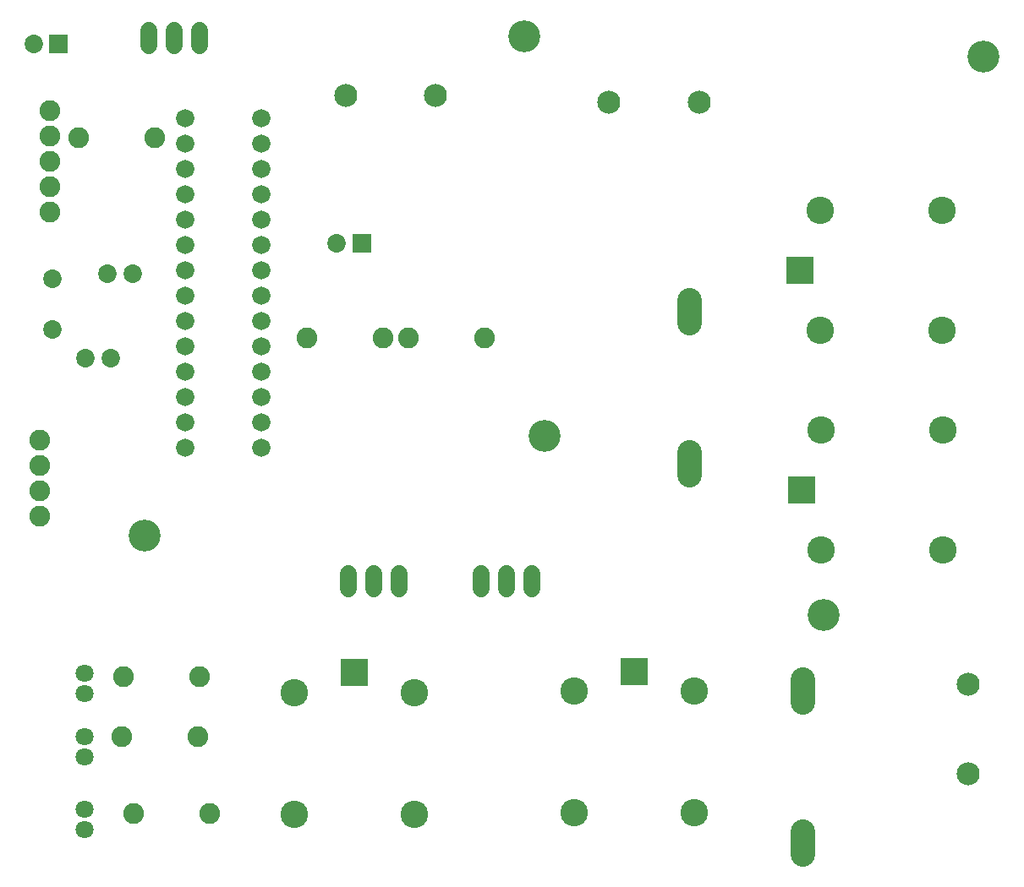
<source format=gbr>
G04 EAGLE Gerber RS-274X export*
G75*
%MOMM*%
%FSLAX34Y34*%
%LPD*%
%INSoldermask Top*%
%IPPOS*%
%AMOC8*
5,1,8,0,0,1.08239X$1,22.5*%
G01*
%ADD10C,3.203200*%
%ADD11C,2.082800*%
%ADD12R,1.854200X1.854200*%
%ADD13C,1.854200*%
%ADD14C,2.451100*%
%ADD15C,1.803200*%
%ADD16C,1.727200*%
%ADD17R,2.743200X2.743200*%
%ADD18C,2.743200*%
%ADD19C,2.303200*%
%ADD20C,1.828800*%


D10*
X980000Y840000D03*
X540000Y460000D03*
X140000Y360000D03*
X820000Y280000D03*
X520000Y860000D03*
D11*
X34800Y379600D03*
X34800Y405000D03*
X34800Y430400D03*
X34800Y455800D03*
D12*
X357200Y652800D03*
D13*
X332200Y652800D03*
D12*
X53700Y852800D03*
D13*
X28700Y852800D03*
X128300Y622100D03*
X102900Y622100D03*
X80900Y537900D03*
X106300Y537900D03*
D14*
X684700Y443540D02*
X684700Y421061D01*
X684700Y573461D02*
X684700Y595940D01*
X798500Y216040D02*
X798500Y193561D01*
X798500Y63640D02*
X798500Y41161D01*
D15*
X79900Y65200D03*
X79900Y85200D03*
D16*
X144100Y850580D02*
X144100Y865820D01*
X169500Y865820D02*
X169500Y850580D01*
X194900Y850580D02*
X194900Y865820D01*
D17*
X796100Y625750D03*
D18*
X816100Y565750D03*
X938100Y565750D03*
X938100Y685750D03*
X816100Y685750D03*
D17*
X797400Y405750D03*
D18*
X817400Y345750D03*
X939400Y345750D03*
X939400Y465750D03*
X817400Y465750D03*
D17*
X629850Y223900D03*
D18*
X569850Y203900D03*
X569850Y81900D03*
X689850Y81900D03*
X689850Y203900D03*
D17*
X349850Y222600D03*
D18*
X289850Y202600D03*
X289850Y80600D03*
X409850Y80600D03*
X409850Y202600D03*
D15*
X79900Y201700D03*
X79900Y221700D03*
D19*
X604800Y794200D03*
X694800Y794200D03*
X964100Y211100D03*
X964100Y121100D03*
X431100Y801000D03*
X341100Y801000D03*
D11*
X45200Y786100D03*
X45200Y760700D03*
X45200Y735300D03*
X45200Y709900D03*
X45200Y684500D03*
D16*
X344100Y322020D02*
X344100Y306780D01*
X369500Y306780D02*
X369500Y322020D01*
X394900Y322020D02*
X394900Y306780D01*
X477100Y306780D02*
X477100Y322020D01*
X502500Y322020D02*
X502500Y306780D01*
X527900Y306780D02*
X527900Y322020D01*
D11*
X149900Y758300D03*
X73700Y758300D03*
X128500Y81700D03*
X204700Y81700D03*
X193100Y158300D03*
X116900Y158300D03*
X194700Y218300D03*
X118500Y218300D03*
X404100Y557900D03*
X480300Y557900D03*
X302500Y557900D03*
X378700Y557900D03*
D15*
X79900Y138200D03*
X79900Y158200D03*
D20*
X180400Y778500D03*
X180400Y753100D03*
X180400Y727700D03*
X180400Y702300D03*
X180400Y676900D03*
X180400Y651500D03*
X180400Y626100D03*
X180400Y600700D03*
X180400Y575300D03*
X180400Y549900D03*
X180400Y524500D03*
X180400Y499100D03*
X180400Y473700D03*
X180400Y448300D03*
X256600Y448300D03*
X256600Y473700D03*
X256600Y499100D03*
X256600Y524500D03*
X256600Y549900D03*
X256600Y575300D03*
X256600Y600700D03*
X256600Y626100D03*
X256600Y651500D03*
X256600Y676900D03*
X256600Y702300D03*
X256600Y727700D03*
X256600Y753100D03*
X256600Y778500D03*
D13*
X47200Y566900D03*
X47200Y617700D03*
M02*

</source>
